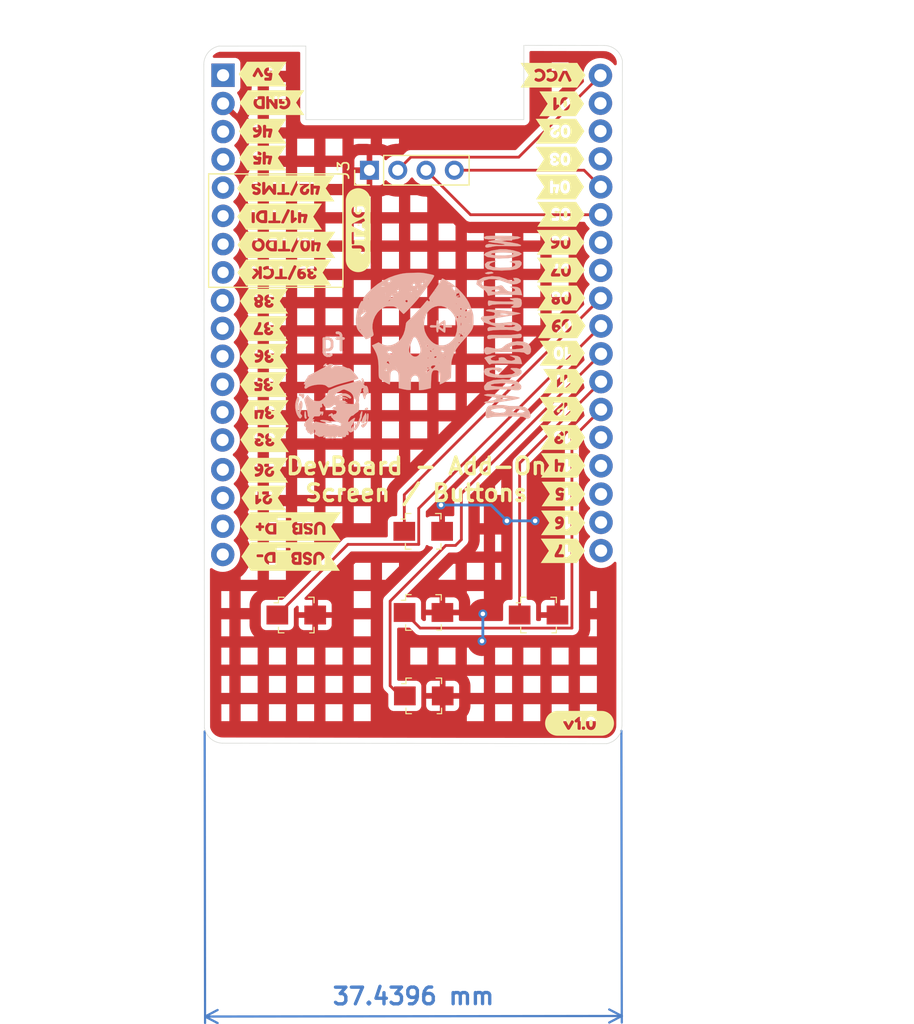
<source format=kicad_pcb>
(kicad_pcb (version 20211014) (generator pcbnew)
  (layers (0 "F.Cu" signal) (31 "B.Cu" signal) (34 "B.Paste" user) (35 "F.Paste" user) (36 "B.SilkS" user "B.Silkscreen") (37 "F.SilkS" user "F.Silkscreen") (38 "B.Mask" user) (39 "F.Mask" user) (44 "Edge.Cuts" user))
  (property "Version" "Version")
  (net 0 "")
  (net 1 "GND")
  (net 2 "VCC")
  (net 3 "VBUS")
  (net 4 "IO10")
  (net 5 "IO11")
  (net 6 "IO12")
  (net 7 "IO13")
  (net 8 "IO39")
  (net 9 "IO40")
  (net 10 "IO41")
  (net 11 "IO42")
  (net 12 "IO01")
  (net 13 "IO02")
  (net 14 "IO03")
  (net 15 "IO04")
  (net 16 "IO05")
  (net 17 "IO46")
  (net 18 "IO45")
  (net 19 "IO38")
  (net 20 "IO37")
  (net 21 "IO36")
  (net 22 "IO35")
  (net 23 "IO34")
  (net 24 "IO33")
  (net 25 "IO26")
  (net 26 "IO21")
  (net 27 "IO17")
  (net 28 "IO16")
  (net 29 "IO15")
  (net 30 "IO14")
  (net 31 "IO06")
  (net 32 "IO07")
  (net 33 "IO08")
  (net 34 "IO09")
  (net 35 "USB_D+")
  (net 36 "USB_D-")
  (footprint "BadgePirate:PinHeader_1x02_P2.54mm_Vertical" (layer "F.Cu") (at 95.0468 71.9852)
    (fp_text reference "J1" hide)
    (fp_text value "Conn_01x02_Female" hide)
    (pad "1" thru_hole rect locked (at 0 0) (size 2.1 2.1) (drill 1.1) (layers *.Cu *.Mask) (net 3 "VBUS"))
    (pad "2" thru_hole circle locked (at 0 2.54) (size 2.1 2.1) (drill 1.1) (layers *.Cu *.Mask) (net 1 "GND"))
  )
  (footprint "Digi:PinHeader_1x4_P2.5mm_Drill1.1mm" (layer "F.Cu") (at 128.9558 72.002 -90)
    (fp_text reference "J4" hide)
    (fp_text value "Conn_01x04" hide)
    (pad "1" thru_hole circle locked (at 0 0 270) (size 2.1 2.1) (drill 1.1) (layers *.Cu *.Mask) (net 2 "VCC"))
    (pad "2" thru_hole circle locked (at 2.5 0 270) (size 2.1 2.1) (drill 1.1) (layers *.Cu *.Mask) (net 12 "IO01"))
    (pad "3" thru_hole circle locked (at 5 0 270) (size 2.1 2.1) (drill 1.1) (layers *.Cu *.Mask) (net 13 "IO02"))
    (pad "4" thru_hole circle locked (at 7.5 0 270) (size 2.1 2.1) (drill 1.1) (layers *.Cu *.Mask) (net 14 "IO03"))
  )
  (footprint "Digi:PinHeader_1x5_P2.5mm_Drill1.1mm" (layer "F.Cu") (at 128.9812 82.0166 -90)
    (fp_text reference "J5" hide)
    (fp_text value "Conn_01x05" hide)
    (pad "1" thru_hole circle locked (at 0 0 270) (size 2.1 2.1) (drill 1.1) (layers *.Cu *.Mask) (net 15 "IO04"))
    (pad "2" thru_hole circle locked (at 2.5 0 270) (size 2.1 2.1) (drill 1.1) (layers *.Cu *.Mask) (net 16 "IO05"))
    (pad "3" thru_hole circle locked (at 5 0 270) (size 2.1 2.1) (drill 1.1) (layers *.Cu *.Mask) (net 31 "IO06"))
    (pad "4" thru_hole circle locked (at 7.5 0 270) (size 2.1 2.1) (drill 1.1) (layers *.Cu *.Mask) (net 32 "IO07"))
    (pad "5" thru_hole circle locked (at 10 0 270) (size 2.1 2.1) (drill 1.1) (layers *.Cu *.Mask) (net 33 "IO08"))
  )
  (footprint "Digi:PinHeader_1x5_P2.5mm_Drill1.1mm" (layer "F.Cu") (at 129.0066 94.5134 -90)
    (fp_text reference "J6" hide)
    (fp_text value "Conn_01x05")
    (pad "1" thru_hole circle locked (at 0 0 270) (size 2.1 2.1) (drill 1.1) (layers *.Cu *.Mask) (net 34 "IO09"))
    (pad "2" thru_hole circle locked (at 2.5 0 270) (size 2.1 2.1) (drill 1.1) (layers *.Cu *.Mask) (net 4 "IO10"))
    (pad "3" thru_hole circle locked (at 5 0 270) (size 2.1 2.1) (drill 1.1) (layers *.Cu *.Mask) (net 5 "IO11"))
    (pad "4" thru_hole circle locked (at 7.5 0 270) (size 2.1 2.1) (drill 1.1) (layers *.Cu *.Mask) (net 6 "IO12"))
    (pad "5" thru_hole circle locked (at 10 0 270) (size 2.1 2.1) (drill 1.1) (layers *.Cu *.Mask) (net 7 "IO13"))
  )
  (footprint "Digi:PinHeader_1x2_P2.5mm_Drill1.1mm" (layer "F.Cu") (at 95.05 77.05 -90)
    (fp_text reference "J7" hide)
    (fp_text value "Conn_01x02" hide)
    (pad "1" thru_hole circle locked (at 0 0 270) (size 2.1 2.1) (drill 1.1) (layers *.Cu *.Mask) (net 17 "IO46"))
    (pad "2" thru_hole circle locked (at 2.5 0 270) (size 2.1 2.1) (drill 1.1) (layers *.Cu *.Mask) (net 18 "IO45"))
  )
  (footprint "Digi:PinHeader_1x3_P2.5mm_Drill1.1mm" (layer "F.Cu") (at 95 92.225 -90)
    (fp_text reference "J8" hide)
    (fp_text value "Conn_01x03" hide)
    (pad "1" thru_hole circle locked (at 0 0 270) (size 2.1 2.1) (drill 1.1) (layers *.Cu *.Mask) (net 19 "IO38"))
    (pad "2" thru_hole circle locked (at 2.5 0 270) (size 2.1 2.1) (drill 1.1) (layers *.Cu *.Mask) (net 20 "IO37"))
    (pad "3" thru_hole circle locked (at 5 0 270) (size 2.1 2.1) (drill 1.1) (layers *.Cu *.Mask) (net 21 "IO36"))
  )
  (footprint "Digi:PinHeader_1x3_P2.5mm_Drill1.1mm" (layer "F.Cu") (at 95 99.75 -90)
    (fp_text reference "J9" hide)
    (fp_text value "Conn_01x03" hide)
    (pad "1" thru_hole circle locked (at 0 0 270) (size 2.1 2.1) (drill 1.1) (layers *.Cu *.Mask) (net 22 "IO35"))
    (pad "2" thru_hole circle locked (at 2.5 0 270) (size 2.1 2.1) (drill 1.1) (layers *.Cu *.Mask) (net 23 "IO34"))
    (pad "3" thru_hole circle locked (at 5 0 270) (size 2.1 2.1) (drill 1.1) (layers *.Cu *.Mask) (net 24 "IO33"))
  )
  (footprint "BadgePirates:Switch_Tactile_SMD_B3U-1000P-BPVersion" (layer "F.Cu") (at 113.0554 120.2436)
    (fp_text reference "btn_center1" hide)
    (fp_text value "btn_center")
    (pad "1" smd rect (at -1.7 0) (size 1.948 1.7) (layers "F.Cu" "F.Paste" "F.Mask") (net 6 "IO12"))
    (pad "2" smd rect (at 1.7 0) (size 1.948 1.7) (layers "F.Cu" "F.Paste" "F.Mask") (net 1 "GND"))
  )
  (footprint "kibuzzard-6268B78D" (layer "F.Cu") (at 99.441 74.4474 180)
    (fp_text reference "kibuzzard-6268B78D" hide)
    (fp_text value "G***" hide)
  )
  (footprint "kibuzzard-6268BA9E" (layer "F.Cu") (at 107.188 85.9028 90)
    (fp_text reference "kibuzzard-6268BA9E" hide)
    (fp_text value "G***" hide)
  )
  (footprint "kibuzzard-6268B8A3" (layer "F.Cu") (at 98.7552 107.4674 180)
    (fp_text reference "kibuzzard-6268B8A3" hide)
    (fp_text value "G***" hide)
  )
  (footprint "Connector_PinHeader_2.54mm:PinHeader_1x04_P2.54mm_Vertical" (layer "F.Cu") (at 95.0214 107.4166)
    (fp_text reference "J12" hide)
    (fp_text value "Conn_01x04_Female")
    (pad "1" thru_hole circle (at 0 0) (size 2.1 2.1) (drill 1.1) (layers *.Cu *.Mask) (net 25 "IO26"))
    (pad "2" thru_hole circle (at 0 2.54) (size 2.1 2.1) (drill 1.1) (layers *.Cu *.Mask) (net 26 "IO21"))
    (pad "3" thru_hole circle (at 0 5.08) (size 2.1 2.1) (drill 1.1) (layers *.Cu *.Mask) (net 35 "USB_D+"))
    (pad "4" thru_hole circle (at 0 7.62) (size 2.1 2.1) (drill 1.1) (layers *.Cu *.Mask) (net 36 "USB_D-"))
  )
  (footprint "kibuzzard-6268BA03" (layer "F.Cu") (at 101.1174 115.2144 180)
    (fp_text reference "kibuzzard-6268BA03" hide)
    (fp_text value "G***" hide)
  )
  (footprint "kibuzzard-6268B63E" (layer "F.Cu") (at 125.3236 82.0166 180)
    (fp_text reference "kibuzzard-6268B63E" hide)
    (fp_text value "G***" hide)
  )
  (footprint "BadgePirates:Switch_Tactile_SMD_B3U-1000P-BPVersion" (layer "F.Cu") (at 101.6254 120.4722)
    (fp_text reference "btn_left1" hide)
    (fp_text value "btn_left")
    (pad "1" smd rect (at -1.7 0) (size 1.948 1.7) (layers "F.Cu" "F.Paste" "F.Mask") (net 34 "IO09"))
    (pad "2" smd rect (at 1.7 0) (size 1.948 1.7) (layers "F.Cu" "F.Paste" "F.Mask") (net 1 "GND"))
  )
  (footprint "kibuzzard-6268B6D1" (layer "F.Cu") (at 125.476 101.981 180)
    (fp_text reference "kibuzzard-6268B6D1" hide)
    (fp_text value "G***" hide)
  )
  (footprint "kibuzzard-6268B865" (layer "F.Cu") (at 98.7044 99.7712 180)
    (fp_text reference "kibuzzard-6268B865" hide)
    (fp_text value "G***" hide)
  )
  (footprint "kibuzzard-6268B705" (layer "F.Cu") (at 125.5776 114.7064 180)
    (fp_text reference "kibuzzard-6268B705" hide)
    (fp_text value "G***" hide)
  )
  (footprint "kibuzzard-6268B8B3" (layer "F.Cu") (at 98.7044 109.9566 180)
    (fp_text reference "kibuzzard-6268B8B3" hide)
    (fp_text value "G***" hide)
  )
  (footprint "kibuzzard-6268B85C" (layer "F.Cu") (at 98.7552 97.2312 180)
    (fp_text reference "kibuzzard-6268B85C" hide)
    (fp_text value "G***" hide)
  )
  (footprint "kibuzzard-6268BA2C" (layer "F.Cu") (at 100.6856 82.1436 180)
    (fp_text reference "kibuzzard-6268BA2C" hide)
    (fp_text value "G***" hide)
  )
  (footprint "kibuzzard-6268B841" (layer "F.Cu") (at 98.7298 92.2782 180)
    (fp_text reference "kibuzzard-6268B841" hide)
    (fp_text value "G***" hide)
  )
  (footprint "Connector_PinHeader_2.54mm:PinHeader_1x04_P2.54mm_Vertical" (layer "F.Cu") (at 129.0066 107.071)
    (fp_text reference "J10" hide)
    (fp_text value "Conn_01x04_Female")
    (pad "1" thru_hole circle (at 0 0) (size 2.1 2.1) (drill 1.1) (layers *.Cu *.Mask) (net 30 "IO14"))
    (pad "2" thru_hole circle (at 0 2.54) (size 2.1 2.1) (drill 1.1) (layers *.Cu *.Mask) (net 29 "IO15"))
    (pad "3" thru_hole circle (at 0 5.08) (size 2.1 2.1) (drill 1.1) (layers *.Cu *.Mask) (net 28 "IO16"))
    (pad "4" thru_hole circle (at 0 7.62) (size 2.1 2.1) (drill 1.1) (layers *.Cu *.Mask) (net 27 "IO17"))
  )
  (footprint "kibuzzard-6268B895" (layer "F.Cu") (at 98.7806 104.7242 180)
    (fp_text reference "kibuzzard-6268B895" hide)
    (fp_text value "G***" hide)
  )
  (footprint "kibuzzard-6268B612" (layer "F.Cu") (at 125.3236 77.0128 180)
    (fp_text reference "kibuzzard-6268B612" hide)
    (fp_text value "G***" hide)
  )
  (footprint "kibuzzard-6268B9F3" (layer "F.Cu") (at 101.1174 112.522 180)
    (fp_text reference "kibuzzard-6268B9F3" hide)
    (fp_text value "G***" hide)
  )
  (footprint "kibuzzard-6268B6C4" (layer "F.Cu") (at 125.6538 99.4664 180)
    (fp_text reference "kibuzzard-6268B6C4" hide)
    (fp_text value "G***" hide)
  )
  (footprint "kibuzzard-6268B6DC" (layer "F.Cu") (at 125.5522 104.521 180)
    (fp_text reference "kibuzzard-6268B6DC" hide)
    (fp_text value "G***" hide)
  )
  (footprint "BadgePirates:Switch_Tactile_SMD_B3U-1000P-BPVersion" (layer "F.Cu") (at 113.03 112.9538)
    (fp_text reference "btn_Up1" hide)
    (fp_text value "btn_Up")
    (pad "1" smd rect (at -1.7 0) (size 1.948 1.7) (layers "F.Cu" "F.Paste" "F.Mask") (net 33 "IO08"))
    (pad "2" smd rect (at 1.7 0) (size 1.948 1.7) (layers "F.Cu" "F.Paste" "F.Mask") (net 1 "GND"))
  )
  (footprint "BadgePiratesLogo:BPSkull_Distressed_B.SILK" (layer "F.Cu") (at 112.2934 94.996)
    (fp_text reference "G***" hide)
    (fp_text value "BP Logo" hide)
  )
  (footprint "kibuzzard-6268B75E" (layer "F.Cu") (at 124.6886 71.9836 180)
    (fp_text reference "kibuzzard-6268B75E" hide)
    (fp_text value "G***" hide)
  )
  (footprint "kibuzzard-6268B622" (layer "F.Cu") (at 125.3236 79.5274 180)
    (fp_text reference "kibuzzard-6268B622" hide)
    (fp_text value "G***" hide)
  )
  (footprint "BadgePirates:Switch_Tactile_SMD_B3U-1000P-BPVersion" (layer "F.Cu") (at 113.0808 127.7366)
    (fp_text reference "btn_down1" hide)
    (fp_text value "btn_down")
    (pad "1" smd rect (at -1.7 0) (size 1.948 1.7) (layers "F.Cu" "F.Paste" "F.Mask") (net 4 "IO10"))
    (pad "2" smd rect (at 1.7 0) (size 1.948 1.7) (layers "F.Cu" "F.Paste" "F.Mask") (net 1 "GND"))
  )
  (footprint "kibuzzard-6268B781" (layer "F.Cu") (at 98.6028 71.882 180)
    (fp_text reference "kibuzzard-6268B781" hide)
    (fp_text value "G***" hide)
  )
  (footprint "kibuzzard-6268BA3D" (layer "F.Cu") (at 100.1268 84.6836 180)
    (fp_text reference "kibuzzard-6268BA3D" hide)
    (fp_text value "G***" hide)
  )
  (footprint "BadgePiratesLogo:FG_B.SILK" (layer "F.Cu") (at 104.8766 101.0412)
    (fp_text reference "G***" hide)
    (fp_text value "fg" (at 0 -5.08) (layer "B.SilkS") (effects (font (size 1.54 1.54) (thickness 0.25)) (justify mirror)))
  )
  (footprint "kibuzzard-6268B659" (layer "F.Cu") (at 125.3998 84.4804 180)
    (fp_text reference "kibuzzard-6268B659" hide)
    (fp_text value "G***" hide)
  )
  (footprint "Connector_PinHeader_2.54mm:PinHeader_1x04_P2.54mm_Vertical" (layer "F.Cu") (at 108.204 80.518 90)
    (fp_text reference "J3" (at 0 -2.33 90) (layer "F.SilkS"))
    (fp_text value "Conn_01x04_Female")
    (pad "1" thru_hole rect (at 0 0 90) (size 1.7 1.7) (drill 1) (layers *.Cu *.Mask) (net 1 "GND"))
    (pad "2" thru_hole oval (at 0 2.54 90) (size 1.7 1.7) (drill 1) (layers *.Cu *.Mask) (net 2 "VCC"))
    (pad "3" thru_hole oval (at 0 5.08 90) (size 1.7 1.7) (drill 1) (layers *.Cu *.Mask) (net 16 "IO05"))
    (pad "4" thru_hole oval (at 0 7.62 90) (size 1.7 1.7) (drill 1) (layers *.Cu *.Mask) (net 15 "IO04"))
  )
  (footprint "kibuzzard-6268BA5F" (layer "F.Cu") (at 100.5586 89.7128 180)
    (fp_text reference "kibuzzard-6268BA5F" hide)
    (fp_text value "G***" hide)
  )
  (footprint "kibuzzard-6268B673" (layer "F.Cu") (at 125.3744 86.995 180)
    (fp_text reference "kibuzzard-6268B673" hide)
    (fp_text value "G***" hide)
  )
  (footprint "kibuzzard-6268B874" (layer "F.Cu") (at 98.7806 102.2858 180)
    (fp_text reference "kibuzzard-6268B874" hide)
    (fp_text value "G***" hide)
  )
  (footprint "kibuzzard-6268BA4E" (layer "F.Cu") (at 100.7364 87.2236 180)
    (fp_text reference "kibuzzard-6268BA4E" hide)
    (fp_text value "G***" hide)
  )
  (footprint "kibuzzard-6268B6E6" (layer "F.Cu") (at 125.603 107.0356 180)
    (fp_text reference "kibuzzard-6268B6E6" hide)
    (fp_text value "G***" hide)
  )
  (footprint "BadgePirates:Switch_Tactile_SMD_B3U-1000P-BPVersion" (layer "F.Cu") (at 123.3932 120.4722)
    (fp_text reference "btn_right1" hide)
    (fp_text value "btn_right")
    (pad "1" smd rect (at -1.7 0) (size 1.948 1.7) (layers "F.Cu" "F.Paste" "F.Mask") (net 5 "IO11"))
    (pad "2" smd rect (at 1.7 0) (size 1.948 1.7) (layers "F.Cu" "F.Paste" "F.Mask") (net 1 "GND"))
  )
  (footprint "kibuzzard-6268B6A0" (layer "F.Cu") (at 125.476 94.488 180)
    (fp_text reference "kibuzzard-6268B6A0" hide)
    (fp_text value "G***" hide)
  )
  (footprint "kibuzzard-6268B6F0" (layer "F.Cu") (at 125.6284 109.601 180)
    (fp_text reference "kibuzzard-6268B6F0" hide)
    (fp_text value "G***" hide)
  )
  (footprint "kibuzzard-6268B6B8" (layer "F.Cu") (at 125.5268 96.9518 180)
    (fp_text reference "kibuzzard-6268B6B8" hide)
    (fp_text value "G***" hide)
  )
  (footprint "kibuzzard-6268B850" (layer "F.Cu") (at 98.7044 94.742 180)
    (fp_text reference "kibuzzard-6268B850" hide)
    (fp_text value "G***" hide)
  )
  (footprint "kibuzzard-6268B7B0" (layer "F.Cu") (at 98.6028 79.4258 180)
    (fp_text reference "kibuzzard-6268B7B0" hide)
    (fp_text value "G***" hide)
  )
  (footprint "kibuzzard-6268B680" (layer "F.Cu") (at 125.3998 89.4842 180)
    (fp_text reference "kibuzzard-6268B680" hide)
    (fp_text value "G***" hide)
  )
  (footprint "kibuzzard-626A8FA0" (layer "F.Cu") (at 127.0762 130.2004)
    (fp_text reference "kibuzzard-626A8FA0" hide)
    (fp_text value "G***" hide)
  )
  (footprint "kibuzzard-6268B68E" (layer "F.Cu") (at 125.4252 91.9988 180)
    (fp_text reference "kibuzzard-6268B68E" hide)
    (fp_text value "G***" hide)
  )
  (footprint "kibuzzard-6268B79A" (layer "F.Cu") (at 98.6028 77.0128 180)
    (fp_text reference "kibuzzard-6268B79A" hide)
    (fp_text value "G***" hide)
  )
  (footprint "kibuzzard-6268B6FB" (layer "F.Cu") (at 125.603 112.1918 180)
    (fp_text reference "kibuzzard-6268B6FB" hide)
    (fp_text value "G***" hide)
  )
  (footprint "kibuzzard-6268B5BC" (layer "F.Cu") (at 125.476 74.549 180)
    (fp_text reference "kibuzzard-6268B5BC" hide)
    (fp_text value "G***" hide)
  )
  (footprint "Digi:PinHeader_1x4_P2.54mm_Drill1.02mm" (layer "B.Cu") (at 95.05 82.075 -90)
    (fp_text reference "J2" hide)
    (fp_text value "JTAG" hide)
    (pad "1" thru_hole circle locked (at 0 0 270) (size 2.02 2.02) (drill 1.02) (layers *.Cu *.Mask) (net 11 "IO42"))
    (pad "2" thru_hole circle locked (at 2.54 0 270) (size 2.02 2.02) (drill 1.02) (layers *.Cu *.Mask) (net 10 "IO41"))
    (pad "3" thru_hole circle locked (at 5.08 0 270) (size 2.02 2.02) (drill 1.02) (layers *.Cu *.Mask) (net 9 "IO40"))
    (pad "4" thru_hole circle locked (at 7.62 0 270) (size 2.02 2.02) (drill 1.02) (layers *.Cu *.Mask) (net 8 "IO39"))
  )
  (footprint "BadgePiratesLogos:BadgePiratesURL_FSLK" (layer "B.Cu") (at 120.1928 94.615 90)
    (fp_text reference "G***" hide)
    (fp_text value "LOGO" hide)
  )
  (gr_rect (start 93.7514 91.0336) (end 105.8164 80.8482) (layer "F.SilkS") (width 0.12) (fill none))
  (gr_line (start 95.025498 131.983072) (end 129.525 132.025) (layer "Edge.Cuts") (width 0.05))
  (gr_arc (start 130.890574 130.375) (mid 130.504902 131.445898) (end 129.525 132.025) (layer "Edge.Cuts") (width 0.05))
  (gr_line (start 122.0724 75.9714) (end 102.489 75.9714) (layer "Edge.Cuts") (width 0.05))
  (gr_line (start 93.3196 71.0184) (end 93.375498 130.609026) (layer "Edge.Cuts") (width 0.05))
  (gr_arc (start 129.275 69.309426) (mid 130.345898 69.695098) (end 130.925 70.675) (layer "Edge.Cuts") (width 0.05))
  (gr_line (start 102.489 69.3674) (end 94.685174 69.3684) (layer "Edge.Cuts") (width 0.05))
  (gr_line (start 129.275 69.309426) (end 122.0724 69.3) (layer "Edge.Cuts") (width 0.05))
  (gr_line (start 122.0724 69.3) (end 122.0724 75.9714) (layer "Edge.Cuts") (width 0.05))
  (gr_line (start 130.890574 130.375) (end 130.925 70.675) (layer "Edge.Cuts") (width 0.05))
  (gr_line (start 102.489 75.9714) (end 102.489 69.3674) (layer "Edge.Cuts") (width 0.05))
  (gr_arc (start 95.025498 131.983072) (mid 93.951894 131.594581) (end 93.375498 130.609026) (layer "Edge.Cuts") (width 0.05))
  (gr_arc (start 93.3196 71.0184) (mid 93.705272 69.947502) (end 94.685174 69.3684) (layer "Edge.Cuts") (width 0.05))
  (gr_text "DevBoard - Add-On\nScreen / Buttons" (at 112.4204 108.3056) (layer "F.SilkS") (effects (font (size 1.5 1.5) (thickness 0.3))))
  (dimension (type aligned) (layer "B.Cu") (pts (xy 93.3958 130.429) (xy 130.8354 130.3782)) (height 26.110245) (gr_text "37.4396 mm" (at 112.148586 154.713823 0.07774185122) (layer "B.Cu") (effects (font (size 1.5 1.5) (thickness 0.3)))) (format (units 3) (units_format 1) (precision 4)) (style (thickness 0.2) (arrow_length 1.27) (text_position_mode 0) (extension_height 0.58642) (extension_offset 0.5) keep_text_aligned))
  (via (at 120.5484 112.014) (size 0.8) (drill 0.4) (layers "F.Cu" "B.Cu") (net 1))
  (via (at 118.3894 120.3706) (size 0.8) (drill 0.4) (layers "F.Cu" "B.Cu") (net 1))
  (via (at 123.0884 112.014) (size 0.8) (drill 0.4) (layers "F.Cu" "B.Cu") (net 1))
  (via (at 114.6302 110.5916) (size 0.8) (drill 0.4) (layers "F.Cu" "B.Cu") (net 1))
  (via (at 118.3132 122.809) (size 0.8) (drill 0.4) (layers "F.Cu" "B.Cu") (net 1))
  (segment (start 120.5484 112.014) (end 123.0884 112.014) (width 0.25) (layer "B.Cu") (net 1))
  (segment (start 114.6302 110.5916) (end 119.126 110.5916) (width 0.25) (layer "B.Cu") (net 1))
  (segment (start 119.126 110.5916) (end 120.5484 112.014) (width 0.25) (layer "B.Cu") (net 1))
  (segment (start 118.3894 120.3706) (end 118.3894 122.7328) (width 0.25) (layer "B.Cu") (net 1))
  (segment (start 118.3894 122.7328) (end 118.3132 122.809) (width 0.25) (layer "B.Cu") (net 1))
  (segment (start 110.744 80.518) (end 111.918511 79.343489) (width 0.25) (layer "F.Cu") (net 2))
  (segment (start 121.614311 79.343489) (end 128.9558 72.002) (width 0.25) (layer "F.Cu") (net 2))
  (segment (start 111.918511 79.343489) (end 121.614311 79.343489) (width 0.25) (layer "F.Cu") (net 2))
  (segment (start 116.459 109.561) (end 129.0066 97.0134) (width 0.25) (layer "F.Cu") (net 4))
  (segment (start 111.4316 128.1938) (end 110.056889 126.819089) (width 0.25) (layer "F.Cu") (net 4))
  (segment (start 115.062 114.2238) (end 115.933022 114.2238) (width 0.25) (layer "F.Cu") (net 4))
  (segment (start 110.056889 126.819089) (end 110.056889 119.228911) (width 0.25) (layer "F.Cu") (net 4))
  (segment (start 116.459 113.697822) (end 116.459 109.561) (width 0.25) (layer "F.Cu") (net 4))
  (segment (start 110.056889 119.228911) (end 115.062 114.2238) (width 0.25) (layer "F.Cu") (net 4))
  (segment (start 115.933022 114.2238) (end 116.459 113.697822) (width 0.25) (layer "F.Cu") (net 4))
  (segment (start 121.6932 120.4722) (end 121.6932 106.8268) (width 0.25) (layer "F.Cu") (net 5))
  (segment (start 121.6932 106.8268) (end 129.0066 99.5134) (width 0.25) (layer "F.Cu") (net 5))
  (segment (start 111.3554 120.2436) (end 112.758511 121.646711) (width 0.25) (layer "F.Cu") (net 6))
  (segment (start 126.391711 104.628289) (end 129.0066 102.0134) (width 0.25) (layer "F.Cu") (net 6))
  (segment (start 126.391711 121.646711) (end 126.391711 104.628289) (width 0.25) (layer "F.Cu") (net 6))
  (segment (start 112.758511 121.646711) (end 126.391711 121.646711) (width 0.25) (layer "F.Cu") (net 6))
  (segment (start 128.8212 104.5134) (end 129.0066 104.5134) (width 0.25) (layer "B.Cu") (net 7))
  (segment (start 128.523 74.502) (end 128.9558 74.502) (width 0.25) (layer "B.Cu") (net 12))
  (segment (start 128.098 77.002) (end 128.9558 77.002) (width 0.25) (layer "B.Cu") (net 13))
  (segment (start 128.098 79.502) (end 128.9558 79.502) (width 0.25) (layer "B.Cu") (net 14))
  (segment (start 127.4826 80.518) (end 128.9812 82.0166) (width 0.25) (layer "F.Cu") (net 15))
  (segment (start 115.824 80.518) (end 127.4826 80.518) (width 0.25) (layer "F.Cu") (net 15))
  (segment (start 128.1084 82.0166) (end 128.9812 82.0166) (width 0.25) (layer "B.Cu") (net 15))
  (segment (start 113.284 80.518) (end 117.2826 84.5166) (width 0.25) (layer "F.Cu") (net 16))
  (segment (start 117.2826 84.5166) (end 128.9812 84.5166) (width 0.25) (layer "F.Cu") (net 16))
  (segment (start 128.1584 84.5166) (end 128.9812 84.5166) (width 0.25) (layer "B.Cu") (net 16))
  (segment (start 95.05 92.175) (end 95 92.225) (width 0.25) (layer "B.Cu") (net 19))
  (segment (start 95 104.525) (end 95 104.75) (width 0.25) (layer "B.Cu") (net 24))
  (segment (start 111.33 109.6678) (end 128.9812 92.0166) (width 0.25) (layer "F.Cu") (net 33))
  (segment (start 111.33 112.9538) (end 111.33 109.6678) (width 0.25) (layer "F.Cu") (net 33))
  (segment (start 128.8228 92.175) (end 128.9812 92.0166) (width 0.25) (layer "B.Cu") (net 33))
  (segment (start 112.628511 114.128311) (end 112.628511 110.891489) (width 0.25) (layer "F.Cu") (net 34))
  (segment (start 99.9254 120.4722) (end 106.269289 114.128311) (width 0.25) (layer "F.Cu") (net 34))
  (segment (start 106.269289 114.128311) (end 112.628511 114.128311) (width 0.25) (layer "F.Cu") (net 34))
  (segment (start 112.628511 110.891489) (end 129.0066 94.5134) (width 0.25) (layer "F.Cu") (net 34))
  (zone (net 1) (net_name "GND") (layer "F.Cu") (connect_pads (clearance 0.508)) (min_thickness 0.254) (fill yes (mode hatch) (thermal_gap 0.508) (thermal_bridge_width 0.508) (hatch_thickness 1.016) (hatch_gap 1.524) (hatch_orientation 0) (hatch_border_algorithm hatch_thickness) (hatch_min_hole_area 0.3))
    (polygon (pts (xy 132.7404 133.2484) (xy 91.821 133.2992) (xy 91.519677 66.451583) (xy 93.551677 65.384783) (xy 132.6642 65.2272)))
  )
)
</source>
